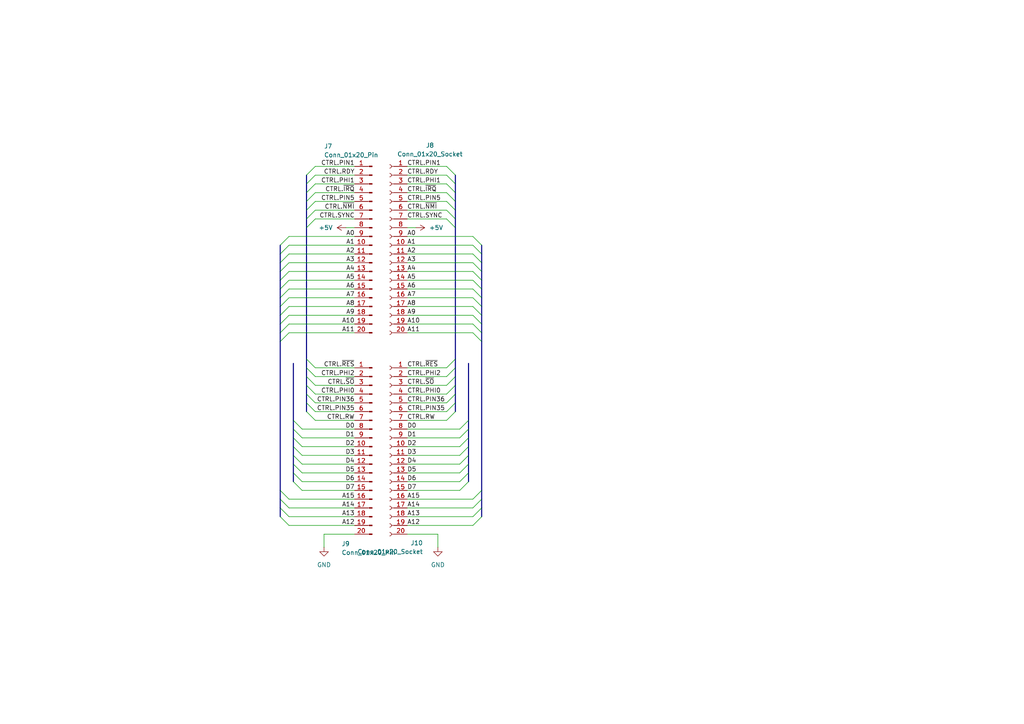
<source format=kicad_sch>
(kicad_sch (version 20231120) (generator "eeschema") (generator_version "8.0")
  (paper "A4")
  (lib_symbols
    (symbol "Connector:Conn_01x20_Pin" (pin_names (offset 1.016) hide)
      (property "Reference" "J" (at 0 25.4 0))
      (property "Value" "Conn_01x20_Pin" (at 0 -27.94 0))
      (symbol "Conn_01x20_Pin_1_1"
        (polyline (pts (xy 1.27 -25.4) (xy 0.8636 -25.4)) (stroke (width 0.1524)))
        (polyline (pts (xy 1.27 -22.86) (xy 0.8636 -22.86)) (stroke (width 0.1524)))
        (polyline (pts (xy 1.27 -20.32) (xy 0.8636 -20.32)) (stroke (width 0.1524)))
        (polyline (pts (xy 1.27 -17.78) (xy 0.8636 -17.78)) (stroke (width 0.1524)))
        (polyline (pts (xy 1.27 -15.24) (xy 0.8636 -15.24)) (stroke (width 0.1524)))
        (polyline (pts (xy 1.27 -12.7) (xy 0.8636 -12.7)) (stroke (width 0.1524)))
        (polyline (pts (xy 1.27 -10.16) (xy 0.8636 -10.16)) (stroke (width 0.1524)))
        (polyline (pts (xy 1.27 -7.62) (xy 0.8636 -7.62)) (stroke (width 0.1524)))
        (polyline (pts (xy 1.27 -5.08) (xy 0.8636 -5.08)) (stroke (width 0.1524)))
        (polyline (pts (xy 1.27 -2.54) (xy 0.8636 -2.54)) (stroke (width 0.1524)))
        (polyline (pts (xy 1.27 0) (xy 0.8636 0)) (stroke (width 0.1524)))
        (polyline (pts (xy 1.27 2.54) (xy 0.8636 2.54)) (stroke (width 0.1524)))
        (polyline (pts (xy 1.27 5.08) (xy 0.8636 5.08)) (stroke (width 0.1524)))
        (polyline (pts (xy 1.27 7.62) (xy 0.8636 7.62)) (stroke (width 0.1524)))
        (polyline (pts (xy 1.27 10.16) (xy 0.8636 10.16)) (stroke (width 0.1524)))
        (polyline (pts (xy 1.27 12.7) (xy 0.8636 12.7)) (stroke (width 0.1524)))
        (polyline (pts (xy 1.27 15.24) (xy 0.8636 15.24)) (stroke (width 0.1524)))
        (polyline (pts (xy 1.27 17.78) (xy 0.8636 17.78)) (stroke (width 0.1524)))
        (polyline (pts (xy 1.27 20.32) (xy 0.8636 20.32)) (stroke (width 0.1524)))
        (polyline (pts (xy 1.27 22.86) (xy 0.8636 22.86)) (stroke (width 0.1524)))
        (rectangle (start 0.8636 -25.273) (end 0 -25.527) (stroke (width 0.1524)) (fill (type outline)))
        (rectangle (start 0.8636 -22.733) (end 0 -22.987) (stroke (width 0.1524)) (fill (type outline)))
        (rectangle (start 0.8636 -20.193) (end 0 -20.447) (stroke (width 0.1524)) (fill (type outline)))
        (rectangle (start 0.8636 -17.653) (end 0 -17.907) (stroke (width 0.1524)) (fill (type outline)))
        (rectangle (start 0.8636 -15.113) (end 0 -15.367) (stroke (width 0.1524)) (fill (type outline)))
        (rectangle (start 0.8636 -12.573) (end 0 -12.827) (stroke (width 0.1524)) (fill (type outline)))
        (rectangle (start 0.8636 -10.033) (end 0 -10.287) (stroke (width 0.1524)) (fill (type outline)))
        (rectangle (start 0.8636 -7.493) (end 0 -7.747) (stroke (width 0.1524)) (fill (type outline)))
        (rectangle (start 0.8636 -4.953) (end 0 -5.207) (stroke (width 0.1524)) (fill (type outline)))
        (rectangle (start 0.8636 -2.413) (end 0 -2.667) (stroke (width 0.1524)) (fill (type outline)))
        (rectangle (start 0.8636 0.127) (end 0 -0.127) (stroke (width 0.1524)) (fill (type outline)))
        (rectangle (start 0.8636 2.667) (end 0 2.413) (stroke (width 0.1524)) (fill (type outline)))
        (rectangle (start 0.8636 5.207) (end 0 4.953) (stroke (width 0.1524)) (fill (type outline)))
        (rectangle (start 0.8636 7.747) (end 0 7.493) (stroke (width 0.1524)) (fill (type outline)))
        (rectangle (start 0.8636 10.287) (end 0 10.033) (stroke (width 0.1524)) (fill (type outline)))
        (rectangle (start 0.8636 12.827) (end 0 12.573) (stroke (width 0.1524)) (fill (type outline)))
        (rectangle (start 0.8636 15.367) (end 0 15.113) (stroke (width 0.1524)) (fill (type outline)))
        (rectangle (start 0.8636 17.907) (end 0 17.653) (stroke (width 0.1524)) (fill (type outline)))
        (rectangle (start 0.8636 20.447) (end 0 20.193) (stroke (width 0.1524)) (fill (type outline)))
        (rectangle (start 0.8636 22.987) (end 0 22.733) (stroke (width 0.1524)) (fill (type outline)))
        (pin passive line (at 5.08 22.86 180) (length 3.81) (name "Pin_1") (number "1"))
        (pin passive line (at 5.08 0 180) (length 3.81) (name "Pin_10") (number "10"))
        (pin passive line (at 5.08 -2.54 180) (length 3.81) (name "Pin_11") (number "11"))
        (pin passive line (at 5.08 -5.08 180) (length 3.81) (name "Pin_12") (number "12"))
        (pin passive line (at 5.08 -7.62 180) (length 3.81) (name "Pin_13") (number "13"))
        (pin passive line (at 5.08 -10.16 180) (length 3.81) (name "Pin_14") (number "14"))
        (pin passive line (at 5.08 -12.7 180) (length 3.81) (name "Pin_15") (number "15"))
        (pin passive line (at 5.08 -15.24 180) (length 3.81) (name "Pin_16") (number "16"))
        (pin passive line (at 5.08 -17.78 180) (length 3.81) (name "Pin_17") (number "17"))
        (pin passive line (at 5.08 -20.32 180) (length 3.81) (name "Pin_18") (number "18"))
        (pin passive line (at 5.08 -22.86 180) (length 3.81) (name "Pin_19") (number "19"))
        (pin passive line (at 5.08 20.32 180) (length 3.81) (name "Pin_2") (number "2"))
        (pin passive line (at 5.08 -25.4 180) (length 3.81) (name "Pin_20") (number "20"))
        (pin passive line (at 5.08 17.78 180) (length 3.81) (name "Pin_3") (number "3"))
        (pin passive line (at 5.08 15.24 180) (length 3.81) (name "Pin_4") (number "4"))
        (pin passive line (at 5.08 12.7 180) (length 3.81) (name "Pin_5") (number "5"))
        (pin passive line (at 5.08 10.16 180) (length 3.81) (name "Pin_6") (number "6"))
        (pin passive line (at 5.08 7.62 180) (length 3.81) (name "Pin_7") (number "7"))
        (pin passive line (at 5.08 5.08 180) (length 3.81) (name "Pin_8") (number "8"))
        (pin passive line (at 5.08 2.54 180) (length 3.81) (name "Pin_9") (number "9"))
      )
    )
    (symbol "Connector:Conn_01x20_Socket" (pin_names (offset 1.016) hide)
      (property "Reference" "J" (at 0 25.4 0))
      (property "Value" "Conn_01x20_Socket" (at 0 -27.94 0))
      (symbol "Conn_01x20_Socket_1_1"
        (arc (start 0 -24.892) (mid -0.5058 -25.4) (end 0 -25.908) (stroke (width 0.1524)))
        (arc (start 0 -22.352) (mid -0.5058 -22.86) (end 0 -23.368) (stroke (width 0.1524)))
        (arc (start 0 -19.812) (mid -0.5058 -20.32) (end 0 -20.828) (stroke (width 0.1524)))
        (arc (start 0 -17.272) (mid -0.5058 -17.78) (end 0 -18.288) (stroke (width 0.1524)))
        (arc (start 0 -14.732) (mid -0.5058 -15.24) (end 0 -15.748) (stroke (width 0.1524)))
        (arc (start 0 -12.192) (mid -0.5058 -12.7) (end 0 -13.208) (stroke (width 0.1524)))
        (arc (start 0 -9.652) (mid -0.5058 -10.16) (end 0 -10.668) (stroke (width 0.1524)))
        (arc (start 0 -7.112) (mid -0.5058 -7.62) (end 0 -8.128) (stroke (width 0.1524)))
        (arc (start 0 -4.572) (mid -0.5058 -5.08) (end 0 -5.588) (stroke (width 0.1524)))
        (arc (start 0 -2.032) (mid -0.5058 -2.54) (end 0 -3.048) (stroke (width 0.1524)))
        (polyline (pts (xy -1.27 -25.4) (xy -0.508 -25.4)) (stroke (width 0.1524)))
        (polyline (pts (xy -1.27 -22.86) (xy -0.508 -22.86)) (stroke (width 0.1524)))
        (polyline (pts (xy -1.27 -20.32) (xy -0.508 -20.32)) (stroke (width 0.1524)))
        (polyline (pts (xy -1.27 -17.78) (xy -0.508 -17.78)) (stroke (width 0.1524)))
        (polyline (pts (xy -1.27 -15.24) (xy -0.508 -15.24)) (stroke (width 0.1524)))
        (polyline (pts (xy -1.27 -12.7) (xy -0.508 -12.7)) (stroke (width 0.1524)))
        (polyline (pts (xy -1.27 -10.16) (xy -0.508 -10.16)) (stroke (width 0.1524)))
        (polyline (pts (xy -1.27 -7.62) (xy -0.508 -7.62)) (stroke (width 0.1524)))
        (polyline (pts (xy -1.27 -5.08) (xy -0.508 -5.08)) (stroke (width 0.1524)))
        (polyline (pts (xy -1.27 -2.54) (xy -0.508 -2.54)) (stroke (width 0.1524)))
        (polyline (pts (xy -1.27 0) (xy -0.508 0)) (stroke (width 0.1524)))
        (polyline (pts (xy -1.27 2.54) (xy -0.508 2.54)) (stroke (width 0.1524)))
        (polyline (pts (xy -1.27 5.08) (xy -0.508 5.08)) (stroke (width 0.1524)))
        (polyline (pts (xy -1.27 7.62) (xy -0.508 7.62)) (stroke (width 0.1524)))
        (polyline (pts (xy -1.27 10.16) (xy -0.508 10.16)) (stroke (width 0.1524)))
        (polyline (pts (xy -1.27 12.7) (xy -0.508 12.7)) (stroke (width 0.1524)))
        (polyline (pts (xy -1.27 15.24) (xy -0.508 15.24)) (stroke (width 0.1524)))
        (polyline (pts (xy -1.27 17.78) (xy -0.508 17.78)) (stroke (width 0.1524)))
        (polyline (pts (xy -1.27 20.32) (xy -0.508 20.32)) (stroke (width 0.1524)))
        (polyline (pts (xy -1.27 22.86) (xy -0.508 22.86)) (stroke (width 0.1524)))
        (arc (start 0 0.508) (mid -0.5058 0) (end 0 -0.508) (stroke (width 0.1524)))
        (arc (start 0 3.048) (mid -0.5058 2.54) (end 0 2.032) (stroke (width 0.1524)))
        (arc (start 0 5.588) (mid -0.5058 5.08) (end 0 4.572) (stroke (width 0.1524)))
        (arc (start 0 8.128) (mid -0.5058 7.62) (end 0 7.112) (stroke (width 0.1524)))
        (arc (start 0 10.668) (mid -0.5058 10.16) (end 0 9.652) (stroke (width 0.1524)))
        (arc (start 0 13.208) (mid -0.5058 12.7) (end 0 12.192) (stroke (width 0.1524)))
        (arc (start 0 15.748) (mid -0.5058 15.24) (end 0 14.732) (stroke (width 0.1524)))
        (arc (start 0 18.288) (mid -0.5058 17.78) (end 0 17.272) (stroke (width 0.1524)))
        (arc (start 0 20.828) (mid -0.5058 20.32) (end 0 19.812) (stroke (width 0.1524)))
        (arc (start 0 23.368) (mid -0.5058 22.86) (end 0 22.352) (stroke (width 0.1524)))
        (pin passive line (at -5.08 22.86 0) (length 3.81) (name "Pin_1") (number "1"))
        (pin passive line (at -5.08 0 0) (length 3.81) (name "Pin_10") (number "10"))
        (pin passive line (at -5.08 -2.54 0) (length 3.81) (name "Pin_11") (number "11"))
        (pin passive line (at -5.08 -5.08 0) (length 3.81) (name "Pin_12") (number "12"))
        (pin passive line (at -5.08 -7.62 0) (length 3.81) (name "Pin_13") (number "13"))
        (pin passive line (at -5.08 -10.16 0) (length 3.81) (name "Pin_14") (number "14"))
        (pin passive line (at -5.08 -12.7 0) (length 3.81) (name "Pin_15") (number "15"))
        (pin passive line (at -5.08 -15.24 0) (length 3.81) (name "Pin_16") (number "16"))
        (pin passive line (at -5.08 -17.78 0) (length 3.81) (name "Pin_17") (number "17"))
        (pin passive line (at -5.08 -20.32 0) (length 3.81) (name "Pin_18") (number "18"))
        (pin passive line (at -5.08 -22.86 0) (length 3.81) (name "Pin_19") (number "19"))
        (pin passive line (at -5.08 20.32 0) (length 3.81) (name "Pin_2") (number "2"))
        (pin passive line (at -5.08 -25.4 0) (length 3.81) (name "Pin_20") (number "20"))
        (pin passive line (at -5.08 17.78 0) (length 3.81) (name "Pin_3") (number "3"))
        (pin passive line (at -5.08 15.24 0) (length 3.81) (name "Pin_4") (number "4"))
        (pin passive line (at -5.08 12.7 0) (length 3.81) (name "Pin_5") (number "5"))
        (pin passive line (at -5.08 10.16 0) (length 3.81) (name "Pin_6") (number "6"))
        (pin passive line (at -5.08 7.62 0) (length 3.81) (name "Pin_7") (number "7"))
        (pin passive line (at -5.08 5.08 0) (length 3.81) (name "Pin_8") (number "8"))
        (pin passive line (at -5.08 2.54 0) (length 3.81) (name "Pin_9") (number "9"))
      )
    )
    (symbol "power:+5V" (power) (pin_numbers hide) (pin_names (offset 0) hide)
      (property "Value" "+5V" (at 0 3.556 0))
      (symbol "+5V_0_1"
        (polyline (pts (xy -0.762 1.27) (xy 0 2.54)))
        (polyline (pts (xy 0 0) (xy 0 2.54)))
        (polyline (pts (xy 0 2.54) (xy 0.762 1.27)))
      )
      (symbol "+5V_1_1"
        (pin power_in line (at 0 0 90) (length 0) (name "~") (number "1"))
      )
    )
    (symbol "power:GND" (power) (pin_numbers hide) (pin_names (offset 0) hide)
      (property "Value" "GND" (at 0 -3.81 0))
      (symbol "GND_0_1"
        (polyline (pts (xy 0 0) (xy 0 -1.27) (xy 1.27 -1.27) (xy 0 -2.54) (xy -1.27 -1.27) (xy 0 -1.27)))
      )
      (symbol "GND_1_1"
        (pin power_in line (at 0 0 270) (length 0) (name "~") (number "1"))
      )
    )
  )
  (bus_entry (at 81.28 76.2) (size 2.54 -2.54))
  (bus_entry (at 139.7 81.28) (size -2.54 -2.54))
  (bus_entry (at 88.9 104.14) (size 2.54 2.54))
  (bus_entry (at 88.9 55.88) (size 2.54 -2.54))
  (bus_entry (at 132.08 116.84) (size -2.54 2.54))
  (bus_entry (at 135.89 139.7) (size -2.54 2.54))
  (bus_entry (at 139.7 76.2) (size -2.54 -2.54))
  (bus_entry (at 81.28 88.9) (size 2.54 -2.54))
  (bus_entry (at 81.28 71.12) (size 2.54 -2.54))
  (bus_entry (at 135.89 127) (size -2.54 2.54))
  (bus_entry (at 88.9 114.3) (size 2.54 2.54))
  (bus_entry (at 132.08 60.96) (size -2.54 -2.54))
  (bus_entry (at 85.09 134.62) (size 2.54 2.54))
  (bus_entry (at 132.08 119.38) (size -2.54 2.54))
  (bus_entry (at 139.7 91.44) (size -2.54 -2.54))
  (bus_entry (at 139.7 78.74) (size -2.54 -2.54))
  (bus_entry (at 135.89 124.46) (size -2.54 2.54))
  (bus_entry (at 81.28 86.36) (size 2.54 -2.54))
  (bus_entry (at 81.28 78.74) (size 2.54 -2.54))
  (bus_entry (at 139.7 88.9) (size -2.54 -2.54))
  (bus_entry (at 88.9 106.68) (size 2.54 2.54))
  (bus_entry (at 139.7 83.82) (size -2.54 -2.54))
  (bus_entry (at 81.28 99.06) (size 2.54 -2.54))
  (bus_entry (at 81.28 96.52) (size 2.54 -2.54))
  (bus_entry (at 132.08 111.76) (size -2.54 2.54))
  (bus_entry (at 81.28 91.44) (size 2.54 -2.54))
  (bus_entry (at 81.28 144.78) (size 2.54 2.54))
  (bus_entry (at 81.28 142.24) (size 2.54 2.54))
  (bus_entry (at 88.9 53.34) (size 2.54 -2.54))
  (bus_entry (at 135.89 137.16) (size -2.54 2.54))
  (bus_entry (at 81.28 93.98) (size 2.54 -2.54))
  (bus_entry (at 88.9 58.42) (size 2.54 -2.54))
  (bus_entry (at 81.28 147.32) (size 2.54 2.54))
  (bus_entry (at 139.7 86.36) (size -2.54 -2.54))
  (bus_entry (at 139.7 93.98) (size -2.54 -2.54))
  (bus_entry (at 139.7 99.06) (size -2.54 -2.54))
  (bus_entry (at 88.9 116.84) (size 2.54 2.54))
  (bus_entry (at 88.9 50.8) (size 2.54 -2.54))
  (bus_entry (at 81.28 149.86) (size 2.54 2.54))
  (bus_entry (at 135.89 129.54) (size -2.54 2.54))
  (bus_entry (at 139.7 96.52) (size -2.54 -2.54))
  (bus_entry (at 85.09 124.46) (size 2.54 2.54))
  (bus_entry (at 85.09 139.7) (size 2.54 2.54))
  (bus_entry (at 132.08 106.68) (size -2.54 2.54))
  (bus_entry (at 85.09 127) (size 2.54 2.54))
  (bus_entry (at 85.09 137.16) (size 2.54 2.54))
  (bus_entry (at 132.08 114.3) (size -2.54 2.54))
  (bus_entry (at 88.9 63.5) (size 2.54 -2.54))
  (bus_entry (at 139.7 73.66) (size -2.54 -2.54))
  (bus_entry (at 132.08 55.88) (size -2.54 -2.54))
  (bus_entry (at 139.7 147.32) (size -2.54 2.54))
  (bus_entry (at 135.89 121.92) (size -2.54 2.54))
  (bus_entry (at 81.28 81.28) (size 2.54 -2.54))
  (bus_entry (at 139.7 142.24) (size -2.54 2.54))
  (bus_entry (at 135.89 132.08) (size -2.54 2.54))
  (bus_entry (at 88.9 66.04) (size 2.54 -2.54))
  (bus_entry (at 81.28 73.66) (size 2.54 -2.54))
  (bus_entry (at 139.7 149.86) (size -2.54 2.54))
  (bus_entry (at 132.08 58.42) (size -2.54 -2.54))
  (bus_entry (at 132.08 104.14) (size -2.54 2.54))
  (bus_entry (at 85.09 129.54) (size 2.54 2.54))
  (bus_entry (at 85.09 121.92) (size 2.54 2.54))
  (bus_entry (at 132.08 63.5) (size -2.54 -2.54))
  (bus_entry (at 139.7 71.12) (size -2.54 -2.54))
  (bus_entry (at 132.08 66.04) (size -2.54 -2.54))
  (bus_entry (at 81.28 83.82) (size 2.54 -2.54))
  (bus_entry (at 88.9 111.76) (size 2.54 2.54))
  (bus_entry (at 132.08 53.34) (size -2.54 -2.54))
  (bus_entry (at 88.9 109.22) (size 2.54 2.54))
  (bus_entry (at 132.08 109.22) (size -2.54 2.54))
  (bus_entry (at 88.9 60.96) (size 2.54 -2.54))
  (bus_entry (at 139.7 144.78) (size -2.54 2.54))
  (bus_entry (at 135.89 134.62) (size -2.54 2.54))
  (bus_entry (at 132.08 50.8) (size -2.54 -2.54))
  (bus_entry (at 88.9 119.38) (size 2.54 2.54))
  (bus_entry (at 85.09 132.08) (size 2.54 2.54))
  (bus (pts (xy 85.09 121.92) (xy 85.09 124.46)))
  (bus (pts (xy 139.7 142.24) (xy 139.7 144.78)))
  (bus (pts (xy 132.08 53.34) (xy 132.08 55.88)))
  (wire (pts (xy 118.11 119.38) (xy 129.54 119.38)))
  (wire (pts (xy 118.11 86.36) (xy 137.16 86.36)))
  (wire (pts (xy 102.87 48.26) (xy 91.44 48.26)))
  (wire (pts (xy 118.11 134.62) (xy 133.35 134.62)))
  (wire (pts (xy 102.87 68.58) (xy 83.82 68.58)))
  (bus (pts (xy 139.7 147.32) (xy 139.7 149.86)))
  (wire (pts (xy 102.87 127) (xy 87.63 127)))
  (wire (pts (xy 102.87 53.34) (xy 91.44 53.34)))
  (wire (pts (xy 118.11 78.74) (xy 137.16 78.74)))
  (wire (pts (xy 118.11 60.96) (xy 129.54 60.96)))
  (wire (pts (xy 102.87 71.12) (xy 83.82 71.12)))
  (wire (pts (xy 102.87 55.88) (xy 91.44 55.88)))
  (wire (pts (xy 118.11 149.86) (xy 137.16 149.86)))
  (wire (pts (xy 118.11 53.34) (xy 129.54 53.34)))
  (bus (pts (xy 139.7 144.78) (xy 139.7 147.32)))
  (wire (pts (xy 102.87 63.5) (xy 91.44 63.5)))
  (bus (pts (xy 132.08 66.04) (xy 132.08 104.14)))
  (wire (pts (xy 118.11 91.44) (xy 137.16 91.44)))
  (bus (pts (xy 88.9 106.68) (xy 88.9 109.22)))
  (wire (pts (xy 102.87 144.78) (xy 83.82 144.78)))
  (bus (pts (xy 88.9 66.04) (xy 88.9 104.14)))
  (bus (pts (xy 81.28 99.06) (xy 81.28 142.24)))
  (bus (pts (xy 81.28 147.32) (xy 81.28 149.86)))
  (wire (pts (xy 102.87 109.22) (xy 91.44 109.22)))
  (bus (pts (xy 85.09 124.46) (xy 85.09 127)))
  (bus (pts (xy 88.9 60.96) (xy 88.9 63.5)))
  (bus (pts (xy 139.7 71.12) (xy 139.7 73.66)))
  (bus (pts (xy 135.89 134.62) (xy 135.89 137.16)))
  (bus (pts (xy 132.08 109.22) (xy 132.08 111.76)))
  (wire (pts (xy 102.87 147.32) (xy 83.82 147.32)))
  (wire (pts (xy 127 158.75) (xy 127 154.94)))
  (wire (pts (xy 102.87 58.42) (xy 91.44 58.42)))
  (wire (pts (xy 118.11 93.98) (xy 137.16 93.98)))
  (bus (pts (xy 139.7 81.28) (xy 139.7 83.82)))
  (wire (pts (xy 118.11 76.2) (xy 137.16 76.2)))
  (wire (pts (xy 118.11 71.12) (xy 137.16 71.12)))
  (bus (pts (xy 88.9 114.3) (xy 88.9 116.84)))
  (bus (pts (xy 139.7 78.74) (xy 139.7 81.28)))
  (bus (pts (xy 139.7 86.36) (xy 139.7 88.9)))
  (wire (pts (xy 102.87 50.8) (xy 91.44 50.8)))
  (bus (pts (xy 81.28 144.78) (xy 81.28 147.32)))
  (bus (pts (xy 132.08 104.14) (xy 132.08 106.68)))
  (wire (pts (xy 102.87 116.84) (xy 91.44 116.84)))
  (wire (pts (xy 102.87 152.4) (xy 83.82 152.4)))
  (wire (pts (xy 118.11 66.04) (xy 120.65 66.04)))
  (bus (pts (xy 135.89 124.46) (xy 135.89 127)))
  (bus (pts (xy 81.28 91.44) (xy 81.28 93.98)))
  (wire (pts (xy 118.11 109.22) (xy 129.54 109.22)))
  (bus (pts (xy 135.89 127) (xy 135.89 129.54)))
  (bus (pts (xy 88.9 109.22) (xy 88.9 111.76)))
  (bus (pts (xy 139.7 76.2) (xy 139.7 78.74)))
  (wire (pts (xy 102.87 88.9) (xy 83.82 88.9)))
  (bus (pts (xy 85.09 137.16) (xy 85.09 139.7)))
  (bus (pts (xy 132.08 106.68) (xy 132.08 109.22)))
  (wire (pts (xy 102.87 86.36) (xy 83.82 86.36)))
  (wire (pts (xy 102.87 132.08) (xy 87.63 132.08)))
  (wire (pts (xy 118.11 81.28) (xy 137.16 81.28)))
  (bus (pts (xy 81.28 76.2) (xy 81.28 78.74)))
  (wire (pts (xy 102.87 81.28) (xy 83.82 81.28)))
  (wire (pts (xy 102.87 114.3) (xy 91.44 114.3)))
  (bus (pts (xy 88.9 63.5) (xy 88.9 66.04)))
  (wire (pts (xy 102.87 78.74) (xy 83.82 78.74)))
  (wire (pts (xy 118.11 114.3) (xy 129.54 114.3)))
  (bus (pts (xy 135.89 132.08) (xy 135.89 134.62)))
  (wire (pts (xy 118.11 106.68) (xy 129.54 106.68)))
  (bus (pts (xy 85.09 127) (xy 85.09 129.54)))
  (bus (pts (xy 85.09 132.08) (xy 85.09 134.62)))
  (wire (pts (xy 102.87 142.24) (xy 87.63 142.24)))
  (bus (pts (xy 81.28 96.52) (xy 81.28 99.06)))
  (wire (pts (xy 102.87 139.7) (xy 87.63 139.7)))
  (wire (pts (xy 118.11 129.54) (xy 133.35 129.54)))
  (bus (pts (xy 132.08 55.88) (xy 132.08 58.42)))
  (bus (pts (xy 139.7 88.9) (xy 139.7 91.44)))
  (bus (pts (xy 132.08 111.76) (xy 132.08 114.3)))
  (wire (pts (xy 118.11 124.46) (xy 133.35 124.46)))
  (bus (pts (xy 81.28 83.82) (xy 81.28 86.36)))
  (wire (pts (xy 118.11 127) (xy 133.35 127)))
  (wire (pts (xy 102.87 76.2) (xy 83.82 76.2)))
  (bus (pts (xy 132.08 58.42) (xy 132.08 60.96)))
  (bus (pts (xy 139.7 99.06) (xy 139.7 142.24)))
  (wire (pts (xy 118.11 121.92) (xy 129.54 121.92)))
  (bus (pts (xy 88.9 111.76) (xy 88.9 114.3)))
  (bus (pts (xy 88.9 55.88) (xy 88.9 58.42)))
  (wire (pts (xy 102.87 134.62) (xy 87.63 134.62)))
  (bus (pts (xy 132.08 50.8) (xy 132.08 53.34)))
  (bus (pts (xy 81.28 142.24) (xy 81.28 144.78)))
  (bus (pts (xy 139.7 83.82) (xy 139.7 86.36)))
  (bus (pts (xy 139.7 96.52) (xy 139.7 99.06)))
  (bus (pts (xy 135.89 105.41) (xy 135.89 121.92)))
  (bus (pts (xy 85.09 129.54) (xy 85.09 132.08)))
  (bus (pts (xy 81.28 78.74) (xy 81.28 81.28)))
  (wire (pts (xy 102.87 124.46) (xy 87.63 124.46)))
  (bus (pts (xy 88.9 104.14) (xy 88.9 106.68)))
  (wire (pts (xy 118.11 142.24) (xy 133.35 142.24)))
  (bus (pts (xy 88.9 53.34) (xy 88.9 55.88)))
  (wire (pts (xy 102.87 129.54) (xy 87.63 129.54)))
  (wire (pts (xy 102.87 111.76) (xy 91.44 111.76)))
  (wire (pts (xy 102.87 73.66) (xy 83.82 73.66)))
  (bus (pts (xy 135.89 121.92) (xy 135.89 124.46)))
  (wire (pts (xy 102.87 66.04) (xy 100.33 66.04)))
  (wire (pts (xy 118.11 96.52) (xy 137.16 96.52)))
  (wire (pts (xy 118.11 116.84) (xy 129.54 116.84)))
  (bus (pts (xy 132.08 116.84) (xy 132.08 119.38)))
  (bus (pts (xy 132.08 60.96) (xy 132.08 63.5)))
  (wire (pts (xy 118.11 58.42) (xy 129.54 58.42)))
  (bus (pts (xy 132.08 114.3) (xy 132.08 116.84)))
  (wire (pts (xy 102.87 91.44) (xy 83.82 91.44)))
  (bus (pts (xy 81.28 86.36) (xy 81.28 88.9)))
  (wire (pts (xy 118.11 83.82) (xy 137.16 83.82)))
  (wire (pts (xy 102.87 93.98) (xy 83.82 93.98)))
  (bus (pts (xy 81.28 73.66) (xy 81.28 76.2)))
  (wire (pts (xy 102.87 96.52) (xy 83.82 96.52)))
  (bus (pts (xy 135.89 129.54) (xy 135.89 132.08)))
  (bus (pts (xy 139.7 93.98) (xy 139.7 96.52)))
  (bus (pts (xy 81.28 93.98) (xy 81.28 96.52)))
  (wire (pts (xy 118.11 147.32) (xy 137.16 147.32)))
  (wire (pts (xy 102.87 149.86) (xy 83.82 149.86)))
  (wire (pts (xy 118.11 152.4) (xy 137.16 152.4)))
  (bus (pts (xy 139.7 73.66) (xy 139.7 76.2)))
  (wire (pts (xy 93.98 154.94) (xy 102.87 154.94)))
  (bus (pts (xy 85.09 105.41) (xy 85.09 121.92)))
  (wire (pts (xy 102.87 119.38) (xy 91.44 119.38)))
  (bus (pts (xy 139.7 91.44) (xy 139.7 93.98)))
  (wire (pts (xy 102.87 106.68) (xy 91.44 106.68)))
  (bus (pts (xy 132.08 63.5) (xy 132.08 66.04)))
  (wire (pts (xy 118.11 63.5) (xy 129.54 63.5)))
  (wire (pts (xy 118.11 55.88) (xy 129.54 55.88)))
  (wire (pts (xy 118.11 132.08) (xy 133.35 132.08)))
  (wire (pts (xy 102.87 83.82) (xy 83.82 83.82)))
  (wire (pts (xy 118.11 139.7) (xy 133.35 139.7)))
  (bus (pts (xy 81.28 71.12) (xy 81.28 73.66)))
  (bus (pts (xy 88.9 58.42) (xy 88.9 60.96)))
  (bus (pts (xy 88.9 50.8) (xy 88.9 53.34)))
  (wire (pts (xy 102.87 60.96) (xy 91.44 60.96)))
  (wire (pts (xy 93.98 158.75) (xy 93.98 154.94)))
  (bus (pts (xy 81.28 81.28) (xy 81.28 83.82)))
  (wire (pts (xy 118.11 144.78) (xy 137.16 144.78)))
  (wire (pts (xy 118.11 68.58) (xy 137.16 68.58)))
  (wire (pts (xy 118.11 88.9) (xy 137.16 88.9)))
  (wire (pts (xy 127 154.94) (xy 118.11 154.94)))
  (wire (pts (xy 118.11 73.66) (xy 137.16 73.66)))
  (wire (pts (xy 118.11 137.16) (xy 133.35 137.16)))
  (wire (pts (xy 118.11 111.76) (xy 129.54 111.76)))
  (wire (pts (xy 102.87 137.16) (xy 87.63 137.16)))
  (bus (pts (xy 88.9 116.84) (xy 88.9 119.38)))
  (bus (pts (xy 135.89 137.16) (xy 135.89 139.7)))
  (bus (pts (xy 81.28 88.9) (xy 81.28 91.44)))
  (bus (pts (xy 85.09 134.62) (xy 85.09 137.16)))
  (wire (pts (xy 118.11 48.26) (xy 129.54 48.26)))
  (wire (pts (xy 102.87 121.92) (xy 91.44 121.92)))
  (wire (pts (xy 118.11 50.8) (xy 129.54 50.8)))
  (label "A13" (at 118.11 149.86 0))
  (label "CTRL.PHI0" (at 118.11 114.3 0))
  (label "A3" (at 118.11 76.2 0))
  (label "A11" (at 102.87 96.52 180))
  (label "CTRL.~{SO}" (at 102.87 111.76 180))
  (label "A2" (at 118.11 73.66 0))
  (label "D6" (at 118.11 139.7 0))
  (label "A14" (at 102.87 147.32 180))
  (label "CTRL.PIN1" (at 118.11 48.26 0))
  (label "A12" (at 102.87 152.4 180))
  (label "A5" (at 118.11 81.28 0))
  (label "D6" (at 102.87 139.7 180))
  (label "CTRL.~{RES}" (at 118.11 106.68 0))
  (label "D2" (at 118.11 129.54 0))
  (label "A7" (at 102.87 86.36 180))
  (label "D5" (at 102.87 137.16 180))
  (label "A15" (at 118.11 144.78 0))
  (label "CTRL.~{RES}" (at 102.87 106.68 180))
  (label "A8" (at 102.87 88.9 180))
  (label "A6" (at 102.87 83.82 180))
  (label "A1" (at 102.87 71.12 180))
  (label "A14" (at 118.11 147.32 0))
  (label "CTRL.PHI1" (at 118.11 53.34 0))
  (label "CTRL.RDY" (at 118.11 50.8 0))
  (label "CTRL.PIN35" (at 102.87 119.38 180))
  (label "A10" (at 102.87 93.98 180))
  (label "A7" (at 118.11 86.36 0))
  (label "CTRL.PHI2" (at 102.87 109.22 180))
  (label "A1" (at 118.11 71.12 0))
  (label "D3" (at 118.11 132.08 0))
  (label "CTRL.~{IRQ}" (at 102.87 55.88 180))
  (label "A6" (at 118.11 83.82 0))
  (label "CTRL.PHI1" (at 102.87 53.34 180))
  (label "A15" (at 102.87 144.78 180))
  (label "D7" (at 118.11 142.24 0))
  (label "D5" (at 118.11 137.16 0))
  (label "D7" (at 102.87 142.24 180))
  (label "D4" (at 118.11 134.62 0))
  (label "A0" (at 102.87 68.58 180))
  (label "CTRL.~{SO}" (at 118.11 111.76 0))
  (label "CTRL.PIN36" (at 118.11 116.84 0))
  (label "A8" (at 118.11 88.9 0))
  (label "D2" (at 102.87 129.54 180))
  (label "A0" (at 118.11 68.58 0))
  (label "A9" (at 118.11 91.44 0))
  (label "A9" (at 102.87 91.44 180))
  (label "CTRL.~{IRQ}" (at 118.11 55.88 0))
  (label "A11" (at 118.11 96.52 0))
  (label "CTRL.PIN5" (at 102.87 58.42 180))
  (label "D0" (at 102.87 124.46 180))
  (label "CTRL.PHI0" (at 102.87 114.3 180))
  (label "CTRL.PIN1" (at 102.87 48.26 180))
  (label "CTRL.RDY" (at 102.87 50.8 180))
  (label "D3" (at 102.87 132.08 180))
  (label "A3" (at 102.87 76.2 180))
  (label "CTRL.RW" (at 118.11 121.92 0))
  (label "CTRL.~{NMI}" (at 102.87 60.96 180))
  (label "CTRL.RW" (at 102.87 121.92 180))
  (label "A5" (at 102.87 81.28 180))
  (label "D1" (at 102.87 127 180))
  (label "CTRL.PIN36" (at 102.87 116.84 180))
  (label "CTRL.~{NMI}" (at 118.11 60.96 0))
  (label "CTRL.PIN5" (at 118.11 58.42 0))
  (label "D1" (at 118.11 127 0))
  (label "A4" (at 102.87 78.74 180))
  (label "A12" (at 118.11 152.4 0))
  (label "D0" (at 118.11 124.46 0))
  (label "D4" (at 102.87 134.62 180))
  (label "A2" (at 102.87 73.66 180))
  (label "CTRL.SYNC" (at 118.11 63.5 0))
  (label "A4" (at 118.11 78.74 0))
  (label "CTRL.PIN35" (at 118.11 119.38 0))
  (label "CTRL.SYNC" (at 102.87 63.5 180))
  (label "A13" (at 102.87 149.86 180))
  (label "A10" (at 118.11 93.98 0))
  (label "CTRL.PHI2" (at 118.11 109.22 0))
  (symbol (lib_id "power:GND") (at 93.98 158.75 0) (unit 1)
    (property "Reference" "#PWR078" (effects (hide yes)))
    (property "Value" "GND" (at 93.98 163.83 0))
    (property "Description" "Power symbol creates a global label with name \"GND\" , ground" (effects (hide yes)))
  )
  (symbol (lib_id "power:GND") (at 127 158.75 0) (unit 1)
    (property "Reference" "#PWR079" (effects (hide yes)))
    (property "Value" "GND" (at 127 163.83 0))
    (property "Description" "Power symbol creates a global label with name \"GND\" , ground" (effects (hide yes)))
  )
  (symbol (lib_id "Connector:Conn_01x20_Pin") (at 107.95 129.54 0) (mirror y) (unit 1)
    (property "Reference" "J9" (at 99.06 157.734 0) (effects (justify right)))
    (property "Value" "Conn_01x20_Pin" (at 99.06 160.274 0) (effects (justify right)))
    (property "Footprint" "Connector_PinHeader_2.54mm:PinHeader_1x20_P2.54mm_Vertical" (effects (hide yes)))
    (property "Description" "Generic connector, single row, 01x20, script generated" (effects (hide yes)))
  )
  (symbol (lib_id "Connector:Conn_01x20_Socket") (at 113.03 129.54 0) (mirror y) (unit 1)
    (property "Reference" "J10" (at 122.682 157.48 0) (effects (justify left)))
    (property "Value" "Conn_01x20_Socket" (at 122.682 160.02 0) (effects (justify left)))
    (property "Footprint" "Connector_PinSocket_2.54mm:PinSocket_1x20_P2.54mm_Vertical" (effects (hide yes)))
    (property "Description" "Generic connector, single row, 01x20, script generated" (effects (hide yes)))
  )
  (symbol (lib_id "Connector:Conn_01x20_Socket") (at 113.03 71.12 0) (mirror y) (unit 1)
    (property "Reference" "J8" (at 124.714 42.164 0))
    (property "Value" "Conn_01x20_Socket" (at 124.714 44.704 0))
    (property "Footprint" "Connector_PinSocket_2.54mm:PinSocket_1x20_P2.54mm_Vertical" (effects (hide yes)))
    (property "Description" "Generic connector, single row, 01x20, script generated" (effects (hide yes)))
  )
  (symbol (lib_id "Connector:Conn_01x20_Pin") (at 107.95 71.12 0) (mirror y) (unit 1)
    (property "Reference" "J7" (at 93.98 42.418 0) (effects (justify right)))
    (property "Value" "Conn_01x20_Pin" (at 93.98 44.958 0) (effects (justify right)))
    (property "Footprint" "Connector_PinHeader_2.54mm:PinHeader_1x20_P2.54mm_Vertical" (effects (hide yes)))
    (property "Description" "Generic connector, single row, 01x20, script generated" (effects (hide yes)))
  )
  (symbol (lib_id "power:+5V") (at 120.65 66.04 270) (unit 1)
    (property "Reference" "#PWR077" (effects (hide yes)))
    (property "Value" "+5V" (at 124.46 66.0399 90) (effects (justify left)))
    (property "Description" "Power symbol creates a global label with name \"+5V\"" (effects (hide yes)))
  )
  (symbol (lib_id "power:+5V") (at 100.33 66.04 90) (mirror x) (unit 1)
    (property "Reference" "#PWR076" (effects (hide yes)))
    (property "Value" "+5V" (at 96.52 66.0399 90) (effects (justify left)))
    (property "Description" "Power symbol creates a global label with name \"+5V\"" (effects (hide yes)))
  )
)
</source>
